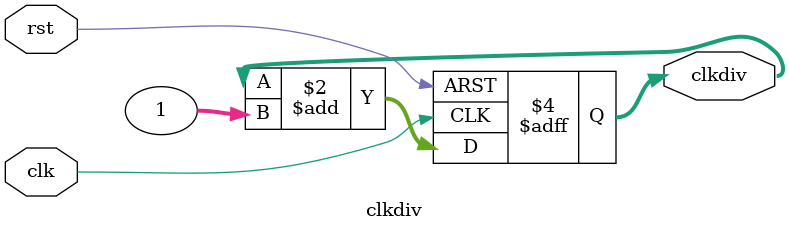
<source format=v>
`timescale 1ns / 1ps
module clkdiv(input clk, input rst, output reg[31:0] clkdiv);
	initial begin clkdiv = 0; end
	always @(posedge clk or posedge rst) begin 
		if (rst) clkdiv <= 0;
		else clkdiv <= clkdiv + 1;
	end
endmodule

</source>
